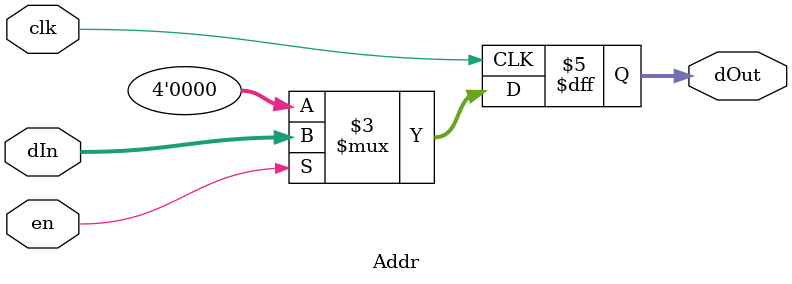
<source format=sv>
module Addr (
    input logic clk,
    input logic en,
    input logic [3:0] dIn,
    output logic [3:0] dOut
);

always_ff @(posedge clk) begin
    if(en)
        dOut <= dIn;
    else
        dOut <= 4'd0;
end
endmodule

</source>
